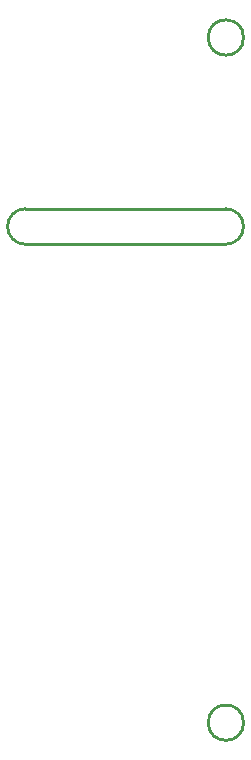
<source format=gbr>
%TF.GenerationSoftware,Altium Limited,Altium Designer,24.8.2 (39)*%
G04 Layer_Color=16711935*
%FSLAX23Y23*%
%MOIN*%
%TF.SameCoordinates,E7E5857B-D81F-4818-B411-2ABEDC566613*%
%TF.FilePolarity,Positive*%
%TF.FileFunction,Other,Mechanical_1*%
%TF.Part,Single*%
G01*
G75*
%TA.AperFunction,NonConductor*%
%ADD41C,0.010*%
D41*
X2126Y2185D02*
G03*
X2067Y2244I-59J0D01*
G01*
Y2126D02*
G03*
X2126Y2185I0J59D01*
G01*
X1398Y2244D02*
G03*
X1339Y2185I0J-59D01*
G01*
D02*
G03*
X1398Y2126I59J0D01*
G01*
X2126Y531D02*
G03*
X2126Y531I-59J0D01*
G01*
Y2815D02*
G03*
X2126Y2815I-59J0D01*
G01*
X1398Y2126D02*
X2067D01*
X1398Y2244D02*
X2067D01*
%TF.MD5,511923ab2236ab12910ef3698384648f*%
M02*

</source>
